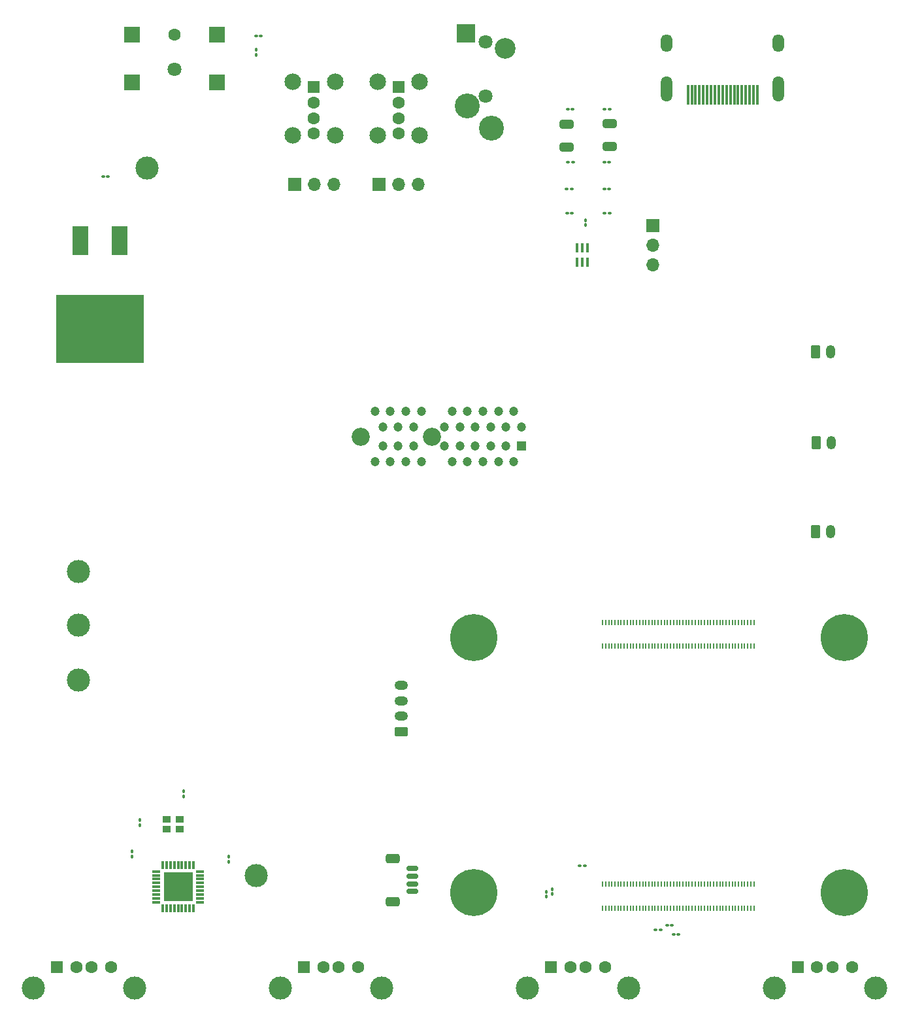
<source format=gbr>
%TF.GenerationSoftware,KiCad,Pcbnew,8.0.8*%
%TF.CreationDate,2025-11-24T21:21:31+01:00*%
%TF.ProjectId,RetroConsoleMk3.1,52657472-6f43-46f6-9e73-6f6c654d6b33,rev?*%
%TF.SameCoordinates,PX237a085PY9f06730*%
%TF.FileFunction,Soldermask,Top*%
%TF.FilePolarity,Negative*%
%FSLAX46Y46*%
G04 Gerber Fmt 4.6, Leading zero omitted, Abs format (unit mm)*
G04 Created by KiCad (PCBNEW 8.0.8) date 2025-11-24 21:21:31*
%MOMM*%
%LPD*%
G01*
G04 APERTURE LIST*
G04 Aperture macros list*
%AMRoundRect*
0 Rectangle with rounded corners*
0 $1 Rounding radius*
0 $2 $3 $4 $5 $6 $7 $8 $9 X,Y pos of 4 corners*
0 Add a 4 corners polygon primitive as box body*
4,1,4,$2,$3,$4,$5,$6,$7,$8,$9,$2,$3,0*
0 Add four circle primitives for the rounded corners*
1,1,$1+$1,$2,$3*
1,1,$1+$1,$4,$5*
1,1,$1+$1,$6,$7*
1,1,$1+$1,$8,$9*
0 Add four rect primitives between the rounded corners*
20,1,$1+$1,$2,$3,$4,$5,0*
20,1,$1+$1,$4,$5,$6,$7,0*
20,1,$1+$1,$6,$7,$8,$9,0*
20,1,$1+$1,$8,$9,$2,$3,0*%
G04 Aperture macros list end*
%ADD10RoundRect,0.100000X-0.100000X0.130000X-0.100000X-0.130000X0.100000X-0.130000X0.100000X0.130000X0*%
%ADD11C,3.000000*%
%ADD12RoundRect,0.100000X0.100000X-0.130000X0.100000X0.130000X-0.100000X0.130000X-0.100000X-0.130000X0*%
%ADD13R,1.600000X1.500000*%
%ADD14C,1.600000*%
%ADD15R,1.700000X1.700000*%
%ADD16O,1.700000X1.700000*%
%ADD17RoundRect,0.250000X-0.350000X-0.625000X0.350000X-0.625000X0.350000X0.625000X-0.350000X0.625000X0*%
%ADD18O,1.200000X1.750000*%
%ADD19RoundRect,0.250000X-0.650000X0.325000X-0.650000X-0.325000X0.650000X-0.325000X0.650000X0.325000X0*%
%ADD20C,1.800000*%
%ADD21R,2.415000X2.415000*%
%ADD22C,3.225000*%
%ADD23C,2.685000*%
%ADD24R,1.600000X1.600000*%
%ADD25C,2.150000*%
%ADD26R,2.000000X2.000000*%
%ADD27RoundRect,0.100000X0.130000X0.100000X-0.130000X0.100000X-0.130000X-0.100000X0.130000X-0.100000X0*%
%ADD28RoundRect,0.100000X-0.130000X-0.100000X0.130000X-0.100000X0.130000X0.100000X-0.130000X0.100000X0*%
%ADD29R,1.000000X0.900000*%
%ADD30R,0.400000X1.200000*%
%ADD31C,6.100000*%
%ADD32R,0.200000X0.700000*%
%ADD33C,2.350000*%
%ADD34R,1.200000X1.200000*%
%ADD35C,1.200000*%
%ADD36R,0.300000X2.600000*%
%ADD37O,1.500000X3.300000*%
%ADD38O,1.500000X2.300000*%
%ADD39R,2.080000X3.810000*%
%ADD40R,11.430000X8.890000*%
%ADD41RoundRect,0.250000X0.625000X-0.350000X0.625000X0.350000X-0.625000X0.350000X-0.625000X-0.350000X0*%
%ADD42O,1.750000X1.200000*%
%ADD43RoundRect,0.150000X0.625000X-0.150000X0.625000X0.150000X-0.625000X0.150000X-0.625000X-0.150000X0*%
%ADD44RoundRect,0.250000X0.650000X-0.350000X0.650000X0.350000X-0.650000X0.350000X-0.650000X-0.350000X0*%
%ADD45R,1.100000X0.300000*%
%ADD46R,0.300000X1.100000*%
%ADD47R,3.800000X3.800000*%
G04 APERTURE END LIST*
D10*
%TO.C,R13*%
X73449995Y19120000D03*
X73449995Y18480000D03*
%TD*%
D11*
%TO.C,TP3*%
X12799995Y53600000D03*
%TD*%
D12*
%TO.C,C3*%
X78549995Y105430000D03*
X78549995Y106070000D03*
%TD*%
D13*
%TO.C,J7*%
X106049995Y9360000D03*
D14*
X108549995Y9360000D03*
X110549995Y9360000D03*
X113049995Y9360000D03*
D11*
X102979995Y6650000D03*
X116119995Y6650000D03*
%TD*%
D15*
%TO.C,J16*%
X40824995Y110700000D03*
D16*
X43364995Y110700000D03*
X45904995Y110700000D03*
%TD*%
D17*
%TO.C,J11*%
X108299995Y65750000D03*
D18*
X110299995Y65750000D03*
%TD*%
D19*
%TO.C,C7*%
X81699995Y118575000D03*
X81699995Y115625000D03*
%TD*%
D20*
%TO.C,J10*%
X65574495Y129156500D03*
X65574495Y122156500D03*
D21*
X63034495Y130256500D03*
D22*
X63254495Y120856500D03*
X66324495Y117956500D03*
D23*
X68114495Y128356500D03*
%TD*%
D24*
%TO.C,J15*%
X54299995Y123295000D03*
D14*
X54299995Y121295000D03*
X54299995Y119295000D03*
X54299995Y117295000D03*
D25*
X57019995Y124025000D03*
X51579995Y124025000D03*
X57019995Y117025000D03*
X51579995Y117025000D03*
%TD*%
D14*
%TO.C,J8*%
X25299995Y130100000D03*
D20*
X25299995Y125600000D03*
D26*
X19799995Y130100000D03*
X19799995Y123900000D03*
X30799995Y130100000D03*
X30799995Y123900000D03*
%TD*%
D27*
%TO.C,R7*%
X81649995Y106945000D03*
X81009995Y106945000D03*
%TD*%
D28*
%TO.C,R12*%
X87634995Y14150000D03*
X88274995Y14150000D03*
%TD*%
D29*
%TO.C,Y1*%
X25949995Y28476000D03*
X24299995Y28476000D03*
X24299995Y27250000D03*
X25949995Y27250000D03*
%TD*%
D10*
%TO.C,R1*%
X35849995Y128120000D03*
X35849995Y127480000D03*
%TD*%
D13*
%TO.C,J5*%
X42049995Y9360000D03*
D14*
X44549995Y9360000D03*
X46549995Y9360000D03*
X49049995Y9360000D03*
D11*
X38979995Y6650000D03*
X52119995Y6650000D03*
%TD*%
D17*
%TO.C,J13*%
X108299995Y89050000D03*
D18*
X110299995Y89050000D03*
%TD*%
D11*
%TO.C,TP4*%
X12799995Y46500000D03*
%TD*%
D28*
%TO.C,R5*%
X76274995Y113600000D03*
X76914995Y113600000D03*
%TD*%
D30*
%TO.C,IC2*%
X77449995Y100600000D03*
X78099995Y100600000D03*
X78749995Y100600000D03*
X78749995Y102500000D03*
X78099995Y102500000D03*
X77449995Y102500000D03*
%TD*%
D28*
%TO.C,R6*%
X76209995Y120400000D03*
X76849995Y120400000D03*
%TD*%
D31*
%TO.C,Module1*%
X64049995Y19000000D03*
X112049995Y19000000D03*
X64049995Y52000000D03*
X112049995Y52000000D03*
D32*
X80749995Y17000000D03*
X80749995Y20080000D03*
X81149995Y17000000D03*
X81149995Y20080000D03*
X81549995Y17000000D03*
X81549995Y20080000D03*
X81949995Y17000000D03*
X81949995Y20080000D03*
X82349995Y17000000D03*
X82349995Y20080000D03*
X82749995Y17000000D03*
X82749995Y20080000D03*
X83149995Y17000000D03*
X83149995Y20080000D03*
X83549995Y17000000D03*
X83549995Y20080000D03*
X83949995Y17000000D03*
X83949995Y20080000D03*
X84349995Y17000000D03*
X84349995Y20080000D03*
X84749995Y17000000D03*
X84749995Y20080000D03*
X85149995Y17000000D03*
X85149995Y20080000D03*
X85549995Y17000000D03*
X85549995Y20080000D03*
X85949995Y17000000D03*
X85949995Y20080000D03*
X86349995Y17000000D03*
X86349995Y20080000D03*
X86749995Y17000000D03*
X86749995Y20080000D03*
X87149995Y17000000D03*
X87149995Y20080000D03*
X87549995Y17000000D03*
X87549995Y20080000D03*
X87949995Y17000000D03*
X87949995Y20080000D03*
X88349995Y17000000D03*
X88349995Y20080000D03*
X88749995Y17000000D03*
X88749995Y20080000D03*
X89149995Y17000000D03*
X89149995Y20080000D03*
X89549995Y17000000D03*
X89549995Y20080000D03*
X89949995Y17000000D03*
X89949995Y20080000D03*
X90349995Y17000000D03*
X90349995Y20080000D03*
X90749995Y17000000D03*
X90749995Y20080000D03*
X91149995Y17000000D03*
X91149995Y20080000D03*
X91549995Y17000000D03*
X91549995Y20080000D03*
X91949995Y17000000D03*
X91949995Y20080000D03*
X92349995Y17000000D03*
X92349995Y20080000D03*
X92749995Y17000000D03*
X92749995Y20080000D03*
X93149995Y17000000D03*
X93149995Y20080000D03*
X93549995Y17000000D03*
X93549995Y20080000D03*
X93949995Y17000000D03*
X93949995Y20080000D03*
X94349995Y17000000D03*
X94349995Y20080000D03*
X94749995Y17000000D03*
X94749995Y20080000D03*
X95149995Y17000000D03*
X95149995Y20080000D03*
X95549995Y17000000D03*
X95549995Y20080000D03*
X95949995Y17000000D03*
X95949995Y20080000D03*
X96349995Y17000000D03*
X96349995Y20080000D03*
X96749995Y17000000D03*
X96749995Y20080000D03*
X97149995Y17000000D03*
X97149995Y20080000D03*
X97549995Y17000000D03*
X97549995Y20080000D03*
X97949995Y17000000D03*
X97949995Y20080000D03*
X98349995Y17000000D03*
X98349995Y20080000D03*
X98749995Y17000000D03*
X98749995Y20080000D03*
X99149995Y17000000D03*
X99149995Y20080000D03*
X99549995Y17000000D03*
X99549995Y20080000D03*
X99949995Y17000000D03*
X99949995Y20080000D03*
X100349995Y17000000D03*
X100349995Y20080000D03*
X80749995Y50920000D03*
X80749995Y54000000D03*
X81149995Y50920000D03*
X81149995Y54000000D03*
X81549995Y50920000D03*
X81549995Y54000000D03*
X81949995Y50920000D03*
X81949995Y54000000D03*
X82349995Y50920000D03*
X82349995Y54000000D03*
X82749995Y50920000D03*
X82749995Y54000000D03*
X83149995Y50920000D03*
X83149995Y54000000D03*
X83549995Y50920000D03*
X83549995Y54000000D03*
X83949995Y50920000D03*
X83949995Y54000000D03*
X84349995Y50920000D03*
X84349995Y54000000D03*
X84749995Y50920000D03*
X84749995Y54000000D03*
X85149995Y50920000D03*
X85149995Y54000000D03*
X85549995Y50920000D03*
X85549995Y54000000D03*
X85949995Y50920000D03*
X85949995Y54000000D03*
X86349995Y50920000D03*
X86349995Y54000000D03*
X86749995Y50920000D03*
X86749995Y54000000D03*
X87149995Y50920000D03*
X87149995Y54000000D03*
X87549995Y50920000D03*
X87549995Y54000000D03*
X87949995Y50920000D03*
X87949995Y54000000D03*
X88349995Y50920000D03*
X88349995Y54000000D03*
X88749995Y50920000D03*
X88749995Y54000000D03*
X89149995Y50920000D03*
X89149995Y54000000D03*
X89549995Y50920000D03*
X89549995Y54000000D03*
X89949995Y50920000D03*
X89949995Y54000000D03*
X90349995Y50920000D03*
X90349995Y54000000D03*
X90749995Y50920000D03*
X90749995Y54000000D03*
X91149995Y50920000D03*
X91149995Y54000000D03*
X91549995Y50920000D03*
X91549995Y54000000D03*
X91949995Y50920000D03*
X91949995Y54000000D03*
X92349995Y50920000D03*
X92349995Y54000000D03*
X92749995Y50920000D03*
X92749995Y54000000D03*
X93149995Y50920000D03*
X93149995Y54000000D03*
X93549995Y50920000D03*
X93549995Y54000000D03*
X93949995Y50920000D03*
X93949995Y54000000D03*
X94349995Y50920000D03*
X94349995Y54000000D03*
X94749995Y50920000D03*
X94749995Y54000000D03*
X95149995Y50920000D03*
X95149995Y54000000D03*
X95549995Y50920000D03*
X95549995Y54000000D03*
X95949995Y50920000D03*
X95949995Y54000000D03*
X96349995Y50920000D03*
X96349995Y54000000D03*
X96749995Y50920000D03*
X96749995Y54000000D03*
X97149995Y50920000D03*
X97149995Y54000000D03*
X97549995Y50920000D03*
X97549995Y54000000D03*
X97949995Y50920000D03*
X97949995Y54000000D03*
X98349995Y50920000D03*
X98349995Y54000000D03*
X98749995Y50920000D03*
X98749995Y54000000D03*
X99149995Y50920000D03*
X99149995Y54000000D03*
X99549995Y50920000D03*
X99549995Y54000000D03*
X99949995Y50920000D03*
X99949995Y54000000D03*
X100349995Y50920000D03*
X100349995Y54000000D03*
%TD*%
D28*
%TO.C,D1*%
X35859995Y129950000D03*
X36499995Y129950000D03*
%TD*%
D27*
%TO.C,C6*%
X81614995Y110100000D03*
X80974995Y110100000D03*
%TD*%
%TO.C,R8*%
X81614995Y113600000D03*
X80974995Y113600000D03*
%TD*%
D28*
%TO.C,R15*%
X89959995Y13550000D03*
X90599995Y13550000D03*
%TD*%
D11*
%TO.C,TP1*%
X35899995Y21200000D03*
%TD*%
D27*
%TO.C,R9*%
X81669995Y120400000D03*
X81029995Y120400000D03*
%TD*%
D28*
%TO.C,R11*%
X89079995Y14800000D03*
X89719995Y14800000D03*
%TD*%
D24*
%TO.C,J2*%
X43349995Y123295000D03*
D14*
X43349995Y121295000D03*
X43349995Y119295000D03*
X43349995Y117295000D03*
D25*
X46069995Y124025000D03*
X40629995Y124025000D03*
X46069995Y117025000D03*
X40629995Y117025000D03*
%TD*%
D27*
%TO.C,R10*%
X16674995Y111750000D03*
X16034995Y111750000D03*
%TD*%
D17*
%TO.C,J12*%
X108399995Y77300000D03*
D18*
X110399995Y77300000D03*
%TD*%
D10*
%TO.C,C1*%
X26449995Y32115000D03*
X26449995Y31475000D03*
%TD*%
D11*
%TO.C,TP5*%
X21749995Y112800000D03*
%TD*%
D13*
%TO.C,J6*%
X74049995Y9360000D03*
D14*
X76549995Y9360000D03*
X78549995Y9360000D03*
X81049995Y9360000D03*
D11*
X70979995Y6650000D03*
X84119995Y6650000D03*
%TD*%
D15*
%TO.C,J17*%
X51759995Y110700000D03*
D16*
X54299995Y110700000D03*
X56839995Y110700000D03*
%TD*%
D28*
%TO.C,C4*%
X76084995Y110100000D03*
X76724995Y110100000D03*
%TD*%
D33*
%TO.C,J9*%
X58599995Y78050003D03*
X49449995Y78050003D03*
D34*
X70249995Y76800003D03*
D35*
X69249995Y74800003D03*
X68249995Y76800003D03*
X67249995Y74800003D03*
X66249995Y76800003D03*
X65249995Y74800003D03*
X64249995Y76800003D03*
X63249995Y74800003D03*
X62249995Y76800003D03*
X61249995Y74800003D03*
X60249995Y76800003D03*
X57249995Y74800003D03*
X56249995Y76800003D03*
X55249995Y74800003D03*
X54249995Y76800003D03*
X53249995Y74800003D03*
X52249995Y76800003D03*
X51249995Y74800003D03*
X70249995Y79300003D03*
X69249995Y81300003D03*
X68249995Y79300003D03*
X67249995Y81300003D03*
X66249995Y79300003D03*
X65249995Y81300003D03*
X64249995Y79300003D03*
X63249995Y81300003D03*
X62249995Y79300003D03*
X61249995Y81300003D03*
X60249995Y79300003D03*
X57249995Y81300003D03*
X56249995Y79300003D03*
X55249995Y81300003D03*
X54249995Y79300003D03*
X53249995Y81300003D03*
X52249995Y79300003D03*
X51249995Y81300003D03*
%TD*%
D36*
%TO.C,J4*%
X91799995Y122280000D03*
X92299995Y122280000D03*
X92799995Y122280000D03*
X93299995Y122280000D03*
X93799995Y122280000D03*
X94299995Y122280000D03*
X94799995Y122280000D03*
X95299995Y122280000D03*
X95799995Y122280000D03*
X96299995Y122280000D03*
X96799995Y122280000D03*
X97299995Y122280000D03*
X97799995Y122280000D03*
X98299995Y122280000D03*
X98799995Y122280000D03*
X99299995Y122280000D03*
X99799995Y122280000D03*
X100299995Y122280000D03*
X100799995Y122280000D03*
D37*
X89049995Y123040000D03*
X103549995Y123040000D03*
D38*
X89049995Y129000000D03*
X103549995Y129000000D03*
%TD*%
D39*
%TO.C,Q1*%
X18129995Y103400000D03*
D40*
X15589995Y91970000D03*
D39*
X13049995Y103400000D03*
%TD*%
D41*
%TO.C,J14*%
X54649995Y39850000D03*
D42*
X54649995Y41850000D03*
X54649995Y43850000D03*
X54649995Y45850000D03*
%TD*%
D11*
%TO.C,TP2*%
X12849995Y60600000D03*
%TD*%
D10*
%TO.C,R14*%
X74249995Y19470000D03*
X74249995Y18830000D03*
%TD*%
D28*
%TO.C,R4*%
X76149995Y106945000D03*
X76789995Y106945000D03*
%TD*%
D13*
%TO.C,J3*%
X10049995Y9360000D03*
D14*
X12549995Y9360000D03*
X14549995Y9360000D03*
X17049995Y9360000D03*
D11*
X6979995Y6650000D03*
X20119995Y6650000D03*
%TD*%
D43*
%TO.C,J1*%
X56074995Y19150000D03*
X56074995Y20150000D03*
X56074995Y21150000D03*
X56074995Y22150000D03*
D44*
X53549995Y17850000D03*
X53549995Y23450000D03*
%TD*%
D27*
%TO.C,R16*%
X78419995Y22500000D03*
X77779995Y22500000D03*
%TD*%
D15*
%TO.C,J18*%
X87299995Y105330000D03*
D16*
X87299995Y102790000D03*
X87299995Y100250000D03*
%TD*%
D12*
%TO.C,R2*%
X32299995Y23025000D03*
X32299995Y23665000D03*
%TD*%
D19*
%TO.C,C5*%
X76049995Y118475000D03*
X76049995Y115525000D03*
%TD*%
D12*
%TO.C,C2*%
X20799995Y27750000D03*
X20799995Y28390000D03*
%TD*%
%TO.C,R3*%
X19799995Y23680000D03*
X19799995Y24320000D03*
%TD*%
D45*
%TO.C,IC1*%
X22949995Y21750000D03*
X22949995Y21250000D03*
X22949995Y20750000D03*
X22949995Y20250000D03*
X22949995Y19750000D03*
X22949995Y19250000D03*
X22949995Y18750000D03*
X22949995Y18250000D03*
X22949995Y17750000D03*
D46*
X23749995Y16950000D03*
X24249995Y16950000D03*
X24749995Y16950000D03*
X25249995Y16950000D03*
X25749995Y16950000D03*
X26249995Y16950000D03*
X26749995Y16950000D03*
X27249995Y16950000D03*
X27749995Y16950000D03*
D45*
X28549995Y17750000D03*
X28549995Y18250000D03*
X28549995Y18750000D03*
X28549995Y19250000D03*
X28549995Y19750000D03*
X28549995Y20250000D03*
X28549995Y20750000D03*
X28549995Y21250000D03*
X28549995Y21750000D03*
D46*
X27749995Y22550000D03*
X27249995Y22550000D03*
X26749995Y22550000D03*
X26249995Y22550000D03*
X25749995Y22550000D03*
X25249995Y22550000D03*
X24749995Y22550000D03*
X24249995Y22550000D03*
X23749995Y22550000D03*
D47*
X25749995Y19750000D03*
%TD*%
M02*

</source>
